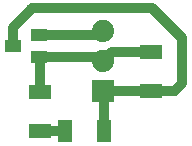
<source format=gtl>
G04 EAGLE Gerber RS-274X export*
G75*
%MOMM*%
%FSLAX34Y34*%
%LPD*%
%INTop Copper*%
%IPPOS*%
%AMOC8*
5,1,8,0,0,1.08239X$1,22.5*%
G01*
%ADD10R,1.905000X1.270000*%
%ADD11R,1.400000X1.000000*%
%ADD12R,1.879600X1.879600*%
%ADD13C,1.879600*%
%ADD14R,1.270000X1.905000*%
%ADD15C,0.812800*%


D10*
X134620Y92710D03*
X134620Y59690D03*
D11*
X17786Y97790D03*
X39810Y107290D03*
X39810Y88290D03*
D12*
X93980Y59690D03*
D13*
X93980Y85090D03*
X93980Y110490D03*
D10*
X40640Y25400D03*
X40640Y58420D03*
D14*
X62230Y25400D03*
X95250Y25400D03*
D15*
X95250Y58420D01*
X17786Y97790D02*
X17786Y113036D01*
X34290Y129540D01*
X135890Y129540D01*
X161290Y104140D01*
X161290Y66040D01*
X154940Y59690D01*
X134620Y59690D01*
X93980Y59690D01*
X101600Y92710D02*
X134620Y92710D01*
X40640Y87460D02*
X40640Y58420D01*
X40640Y87460D02*
X39810Y88290D01*
X90780Y88290D02*
X93980Y85090D01*
X90780Y88290D02*
X39810Y88290D01*
X93980Y85090D02*
X101600Y92710D01*
X90780Y107290D02*
X39810Y107290D01*
X90780Y107290D02*
X93980Y110490D01*
X62230Y25400D02*
X40640Y25400D01*
M02*

</source>
